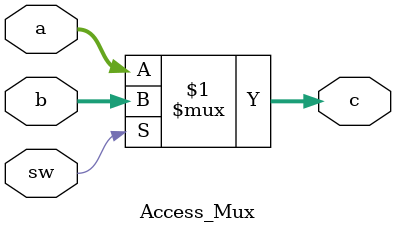
<source format=v>

module Access_Mux(
    c,
    sw,
    a,
    b
);
parameter W = 0;

output [(W-1):0] c;
input  [(W-1):0] a;
input  [(W-1):0] b;
input sw;

assign c = sw ? b : a;

endmodule


</source>
